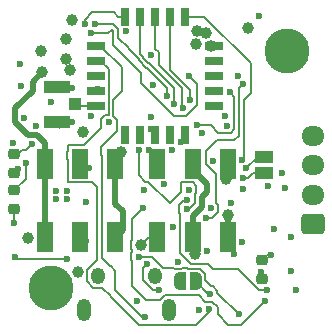
<source format=gbr>
%TF.GenerationSoftware,KiCad,Pcbnew,9.0.5*%
%TF.CreationDate,2025-12-03T11:23:26-08:00*%
%TF.ProjectId,camcontrol,63616d63-6f6e-4747-926f-6c2e6b696361,rev?*%
%TF.SameCoordinates,Original*%
%TF.FileFunction,Copper,L4,Bot*%
%TF.FilePolarity,Positive*%
%FSLAX46Y46*%
G04 Gerber Fmt 4.6, Leading zero omitted, Abs format (unit mm)*
G04 Created by KiCad (PCBNEW 9.0.5) date 2025-12-03 11:23:26*
%MOMM*%
%LPD*%
G01*
G04 APERTURE LIST*
G04 Aperture macros list*
%AMRoundRect*
0 Rectangle with rounded corners*
0 $1 Rounding radius*
0 $2 $3 $4 $5 $6 $7 $8 $9 X,Y pos of 4 corners*
0 Add a 4 corners polygon primitive as box body*
4,1,4,$2,$3,$4,$5,$6,$7,$8,$9,$2,$3,0*
0 Add four circle primitives for the rounded corners*
1,1,$1+$1,$2,$3*
1,1,$1+$1,$4,$5*
1,1,$1+$1,$6,$7*
1,1,$1+$1,$8,$9*
0 Add four rect primitives between the rounded corners*
20,1,$1+$1,$2,$3,$4,$5,0*
20,1,$1+$1,$4,$5,$6,$7,0*
20,1,$1+$1,$6,$7,$8,$9,0*
20,1,$1+$1,$8,$9,$2,$3,0*%
%AMFreePoly0*
4,1,23,0.500000,-0.750000,0.000000,-0.750000,0.000000,-0.745722,-0.065263,-0.745722,-0.191342,-0.711940,-0.304381,-0.646677,-0.396677,-0.554381,-0.461940,-0.441342,-0.495722,-0.315263,-0.495722,-0.250000,-0.500000,-0.250000,-0.500000,0.250000,-0.495722,0.250000,-0.495722,0.315263,-0.461940,0.441342,-0.396677,0.554381,-0.304381,0.646677,-0.191342,0.711940,-0.065263,0.745722,0.000000,0.745722,
0.000000,0.750000,0.500000,0.750000,0.500000,-0.750000,0.500000,-0.750000,$1*%
%AMFreePoly1*
4,1,23,0.000000,0.745722,0.065263,0.745722,0.191342,0.711940,0.304381,0.646677,0.396677,0.554381,0.461940,0.441342,0.495722,0.315263,0.495722,0.250000,0.500000,0.250000,0.500000,-0.250000,0.495722,-0.250000,0.495722,-0.315263,0.461940,-0.441342,0.396677,-0.554381,0.304381,-0.646677,0.191342,-0.711940,0.065263,-0.745722,0.000000,-0.745722,0.000000,-0.750000,-0.500000,-0.750000,
-0.500000,0.750000,0.000000,0.750000,0.000000,0.745722,0.000000,0.745722,$1*%
G04 Aperture macros list end*
%TA.AperFunction,ComponentPad*%
%ADD10O,1.200000X1.400000*%
%TD*%
%TA.AperFunction,ComponentPad*%
%ADD11O,1.200000X1.900000*%
%TD*%
%TA.AperFunction,ComponentPad*%
%ADD12C,3.800000*%
%TD*%
%TA.AperFunction,SMDPad,CuDef*%
%ADD13RoundRect,0.218750X-0.256250X0.218750X-0.256250X-0.218750X0.256250X-0.218750X0.256250X0.218750X0*%
%TD*%
%TA.AperFunction,SMDPad,CuDef*%
%ADD14R,1.397000X2.500000*%
%TD*%
%TA.AperFunction,SMDPad,CuDef*%
%ADD15RoundRect,0.218750X0.256250X-0.218750X0.256250X0.218750X-0.256250X0.218750X-0.256250X-0.218750X0*%
%TD*%
%TA.AperFunction,SMDPad,CuDef*%
%ADD16R,0.800000X1.500000*%
%TD*%
%TA.AperFunction,SMDPad,CuDef*%
%ADD17R,1.500000X0.800000*%
%TD*%
%TA.AperFunction,ComponentPad*%
%ADD18RoundRect,0.250000X0.725000X-0.600000X0.725000X0.600000X-0.725000X0.600000X-0.725000X-0.600000X0*%
%TD*%
%TA.AperFunction,ComponentPad*%
%ADD19O,1.950000X1.700000*%
%TD*%
%TA.AperFunction,SMDPad,CuDef*%
%ADD20FreePoly0,180.000000*%
%TD*%
%TA.AperFunction,SMDPad,CuDef*%
%ADD21FreePoly1,180.000000*%
%TD*%
%TA.AperFunction,SMDPad,CuDef*%
%ADD22R,1.500000X1.000000*%
%TD*%
%TA.AperFunction,SMDPad,CuDef*%
%ADD23R,1.050000X1.000000*%
%TD*%
%TA.AperFunction,SMDPad,CuDef*%
%ADD24R,2.200000X1.050000*%
%TD*%
%TA.AperFunction,ViaPad*%
%ADD25C,0.600000*%
%TD*%
%TA.AperFunction,ViaPad*%
%ADD26C,1.000000*%
%TD*%
%TA.AperFunction,Conductor*%
%ADD27C,0.200000*%
%TD*%
%TA.AperFunction,Conductor*%
%ADD28C,0.500000*%
%TD*%
G04 APERTURE END LIST*
D10*
%TO.P,J2,6,Shield*%
%TO.N,unconnected-(J2-Shield-Pad6)*%
X12834000Y-23000700D03*
%TO.P,J2,7*%
%TO.N,N/C*%
X7994000Y-23000700D03*
D11*
%TO.P,J2,8*%
X6814000Y-25900700D03*
%TO.P,J2,9*%
X14014000Y-25900700D03*
%TD*%
D12*
%TO.P,H2,1,1*%
%TO.N,GND*%
X4000000Y-24000000D03*
%TD*%
%TO.P,H1,1,1*%
%TO.N,GND*%
X24000000Y-4000000D03*
%TD*%
D13*
%TO.P,D1,1,K*%
%TO.N,GND*%
X858400Y-12728500D03*
%TO.P,D1,2,A*%
%TO.N,Net-(D1-A)*%
X858400Y-14303500D03*
%TD*%
D14*
%TO.P,J7,1,Pin_1*%
%TO.N,GND*%
X19029500Y-19708098D03*
%TO.P,J7,2,Pin_1*%
X19029500Y-13508101D03*
%TO.P,J7,3,Pin_2*%
%TO.N,+BATT*%
X16029502Y-19708098D03*
%TO.P,J7,4,Pin_2*%
X16029502Y-13508101D03*
%TO.P,J7,5,Pin_3*%
%TO.N,GND*%
X13029502Y-19708098D03*
%TO.P,J7,6,Pin_3*%
X13029502Y-13508101D03*
%TD*%
D15*
%TO.P,D2,1,K*%
%TO.N,GND*%
X914400Y-17348300D03*
%TO.P,D2,2,A*%
%TO.N,Net-(D2-A)*%
X914400Y-15773300D03*
%TD*%
D16*
%TO.P,U1,1,VCC*%
%TO.N,+3V3*%
X15392400Y-11045200D03*
%TO.P,U1,2,GND*%
%TO.N,GND*%
X14122400Y-11045200D03*
%TO.P,U1,3,NRST*%
%TO.N,/SX RST*%
X12852400Y-11045200D03*
%TO.P,U1,4,NC*%
%TO.N,unconnected-(U1-NC-Pad4)*%
X11582400Y-11045200D03*
%TO.P,U1,5,NC*%
%TO.N,unconnected-(U1-NC-Pad5)*%
X10312400Y-11045200D03*
D17*
%TO.P,U1,6,ANT*%
%TO.N,Net-(AE1-A)*%
X7852400Y-8585200D03*
%TO.P,U1,7,GND*%
%TO.N,GND*%
X7852400Y-7315200D03*
%TO.P,U1,8,NC*%
%TO.N,unconnected-(U1-NC-Pad8)*%
X7852400Y-6045200D03*
%TO.P,U1,9,TXEN*%
%TO.N,/TXEN*%
X7852400Y-4775200D03*
%TO.P,U1,10,RXEN*%
%TO.N,/RXEN*%
X7852400Y-3505200D03*
D16*
%TO.P,U1,11,BUSY*%
%TO.N,/BUSY*%
X10312400Y-1045200D03*
%TO.P,U1,12,MISO*%
%TO.N,/MISO*%
X11582400Y-1045200D03*
%TO.P,U1,13,MOSI*%
%TO.N,/MOSI*%
X12852400Y-1045200D03*
%TO.P,U1,14,NSS*%
%TO.N,/SX CS*%
X14122400Y-1045200D03*
%TO.P,U1,15,SCK*%
%TO.N,/SCLK*%
X15392400Y-1045200D03*
D17*
%TO.P,U1,16,GND*%
%TO.N,GND*%
X17852400Y-3505200D03*
%TO.P,U1,17,NC*%
%TO.N,unconnected-(U1-NC-Pad17)*%
X17852400Y-4775200D03*
%TO.P,U1,18,DIO3*%
%TO.N,unconnected-(U1-DIO3-Pad18)*%
X17852400Y-6045200D03*
%TO.P,U1,19,DIO2*%
%TO.N,unconnected-(U1-DIO2-Pad19)*%
X17852400Y-7315200D03*
%TO.P,U1,20,DIO1*%
%TO.N,unconnected-(U1-DIO1-Pad20)*%
X17852400Y-8585200D03*
%TD*%
D18*
%TO.P,J8,1,Pin_1*%
%TO.N,/CAM RX*%
X26208000Y-18634400D03*
D19*
%TO.P,J8,2,Pin_2*%
%TO.N,/CAM TX*%
X26208000Y-16134400D03*
%TO.P,J8,3,Pin_3*%
%TO.N,GND*%
X26208000Y-13634400D03*
%TO.P,J8,4,Pin_4*%
%TO.N,/CAMPWR*%
X26208000Y-11134400D03*
%TD*%
D14*
%TO.P,J3,1,Pin_1*%
%TO.N,/VIDPWR*%
X9481900Y-19702899D03*
%TO.P,J3,2,Pin_1*%
X9481900Y-13502902D03*
%TO.P,J3,3,Pin_2*%
%TO.N,GND*%
X6481902Y-19702899D03*
%TO.P,J3,4,Pin_2*%
X6481902Y-13502902D03*
%TO.P,J3,5,Pin_3*%
%TO.N,+12V*%
X3481902Y-19702899D03*
%TO.P,J3,6,Pin_3*%
X3481902Y-13502902D03*
%TD*%
D20*
%TO.P,J6,1,Pin_1*%
%TO.N,GND*%
X16286000Y-23469600D03*
D21*
%TO.P,J6,2,Pin_2*%
%TO.N,/BOOTSEL*%
X14986000Y-23469600D03*
%TD*%
D22*
%TO.P,J5,1,Pin_1*%
%TO.N,/SWCLK*%
X22098000Y-14254000D03*
%TO.P,J5,2,Pin_2*%
%TO.N,/SWD*%
X22098000Y-12954000D03*
%TD*%
D13*
%TO.P,D3,1,K*%
%TO.N,Net-(D3-K)*%
X21894800Y-21666100D03*
%TO.P,D3,2,A*%
%TO.N,+3V3*%
X21894800Y-23241100D03*
%TD*%
D23*
%TO.P,AE1,1,A*%
%TO.N,Net-(AE1-A)*%
X6076800Y-8483600D03*
D24*
%TO.P,AE1,2,Shield*%
%TO.N,GND*%
X4576800Y-9983600D03*
X4576800Y-6983600D03*
%TD*%
D25*
%TO.N,GND*%
X21615426Y-997650D03*
X914400Y-18506800D03*
D26*
X18976722Y-17845603D03*
D25*
X5791200Y-7061200D03*
X14222840Y-11512537D03*
X19507200Y-21183600D03*
X4470400Y-16515300D03*
X17473954Y-24532823D03*
X2415637Y-11843939D03*
D26*
X17597568Y-3524474D03*
D25*
X10398785Y-2312482D03*
X6045200Y-12801600D03*
X8003281Y-7195321D03*
X17547964Y-17297323D03*
X23876000Y-15595600D03*
D26*
X5305465Y-4636879D03*
D25*
X5804000Y-9992400D03*
X1429731Y-5055254D03*
X19304000Y-16865600D03*
X11308731Y-25101318D03*
X14790688Y-21806026D03*
X24790400Y-24180800D03*
D26*
X5627800Y-5537200D03*
D25*
X7286495Y-13874000D03*
X5384800Y-15798800D03*
D26*
X2082800Y-19812800D03*
D25*
X5384800Y-16510000D03*
D26*
X16391825Y-2245968D03*
D25*
X4022374Y-8291680D03*
X18750319Y-9485420D03*
X11914400Y-15748000D03*
X6959600Y-20066000D03*
X12677271Y-6817583D03*
X19862800Y-6055600D03*
X16529448Y-25910046D03*
X24333200Y-19710400D03*
D26*
X11680002Y-20380649D03*
X16317399Y-3356022D03*
D25*
X1473200Y-6948400D03*
D26*
X17168642Y-2414879D03*
D25*
X12324955Y-12330232D03*
X4470400Y-15798800D03*
X12508331Y-9543709D03*
X6962800Y-16710000D03*
D26*
X18877458Y-14774238D03*
D25*
%TO.N,+3V3*%
X14278004Y-12361265D03*
X15072402Y-11673207D03*
X24384000Y-22631400D03*
X20228002Y-20116800D03*
X21793200Y-22707600D03*
X14380002Y-18845600D03*
X18914403Y-10298699D03*
X13565200Y-15258103D03*
X2755892Y-10302511D03*
X22376800Y-15395600D03*
X829726Y-11791000D03*
X23588000Y-14289127D03*
X22938800Y-18999200D03*
%TO.N,/SX RST*%
X12519141Y-10592260D03*
X15544800Y-17373600D03*
X11452970Y-12345202D03*
D26*
%TO.N,+5V*%
X5280568Y-2967111D03*
X5840440Y-1341452D03*
X6719450Y-10834250D03*
X20745435Y-1982964D03*
D25*
%TO.N,+1V1*%
X20271341Y-15624238D03*
X15686800Y-15709101D03*
%TO.N,/CAM BATT SENSE *%
X1016000Y-21386800D03*
X5393184Y-21598384D03*
D26*
%TO.N,+12V*%
X3288400Y-5763203D03*
%TO.N,/VIDPWR*%
X3211289Y-3999600D03*
X9927912Y-12545202D03*
D25*
%TO.N,Net-(D1-A)*%
X1201342Y-13958466D03*
%TO.N,Net-(D3-K)*%
X22656800Y-21234400D03*
D26*
%TO.N,+BATT*%
X6293068Y-22671712D03*
X16249828Y-21163600D03*
D25*
%TO.N,/SWCLK*%
X20278002Y-14721468D03*
%TO.N,/SWD*%
X20531979Y-13910296D03*
%TO.N,/BOOTSEL*%
X14742367Y-23420415D03*
%TO.N,Net-(D2-A)*%
X1906351Y-13483633D03*
%TO.N,/CAMSNS*%
X16415633Y-10253259D03*
X19181533Y-7470743D03*
%TO.N,/CAM EN*%
X13876995Y-7813185D03*
X7717800Y-1676400D03*
%TO.N,/CAM DIAG EN*%
X15710952Y-6055205D03*
X7448577Y-2469105D03*
%TO.N,/VIDSNS*%
X12496878Y-4318160D03*
X16834000Y-10935146D03*
%TO.N,/SCLK*%
X20227999Y-13170296D03*
%TO.N,/BUSY*%
X6867970Y-1693510D03*
X17191160Y-18076527D03*
X20314046Y-6746209D03*
%TO.N,/MISO*%
X14478039Y-8414227D03*
%TO.N,/SX CS*%
X15764762Y-8155205D03*
%TO.N,/MOSI*%
X15219920Y-8760799D03*
%TO.N,/QSPI_SCLK*%
X22148800Y-25146000D03*
X11851200Y-17258994D03*
%TO.N,/QSPI_SD2*%
X12157094Y-21971022D03*
X13208000Y-24231600D03*
%TO.N,/QSPI_SDO*%
X11496267Y-21365047D03*
X19964400Y-26263600D03*
%TO.N,/QSPI_SD3*%
X15584000Y-16562862D03*
X22305705Y-24161919D03*
%TO.N,/TX BATT SENSE *%
X17780998Y-13296043D03*
X1752600Y-9677400D03*
%TO.N,Net-(D4-K)*%
X7404000Y-9485202D03*
X8908394Y-9975434D03*
%TO.N,/TXEN*%
X17278004Y-20875086D03*
X17400023Y-25832823D03*
%TO.N,/RXEN*%
X11961014Y-26495709D03*
%TD*%
D27*
%TO.N,Net-(AE1-A)*%
X7852400Y-8585200D02*
X6178400Y-8585200D01*
X6178400Y-8585200D02*
X6076800Y-8483600D01*
D28*
%TO.N,GND*%
X19029500Y-13508101D02*
X19029500Y-14708328D01*
D27*
X914400Y-17348300D02*
X914400Y-18506800D01*
X4576800Y-9983600D02*
X4576800Y-10215600D01*
X1198647Y-12728500D02*
X1592104Y-12335043D01*
X13029502Y-19708098D02*
X12352553Y-19708098D01*
D28*
X19029500Y-14708328D02*
X18963590Y-14774238D01*
D27*
X1924533Y-12335043D02*
X2415637Y-11843939D01*
X5713600Y-6983600D02*
X5791200Y-7061200D01*
X17349223Y-24532823D02*
X17473954Y-24532823D01*
D28*
X19029500Y-17898381D02*
X18976722Y-17845603D01*
D27*
X16286000Y-23469600D02*
X17349223Y-24532823D01*
X1592104Y-12335043D02*
X1924533Y-12335043D01*
X12352553Y-19708098D02*
X11680002Y-20380649D01*
D28*
X4576800Y-9983600D02*
X4585600Y-9992400D01*
D27*
X4576800Y-6983600D02*
X5713600Y-6983600D01*
X858400Y-12728500D02*
X1198647Y-12728500D01*
D28*
X19029500Y-19708098D02*
X19029500Y-17898381D01*
X18963590Y-14774238D02*
X18877458Y-14774238D01*
D27*
X4576800Y-10215600D02*
X4826000Y-10464800D01*
D28*
X4585600Y-9992400D02*
X5804000Y-9992400D01*
D27*
%TO.N,/SX RST*%
X16336800Y-15371600D02*
X16024301Y-15059101D01*
X15692501Y-17373600D02*
X16234000Y-16832101D01*
X12852400Y-10925519D02*
X12519141Y-10592260D01*
X11439859Y-12358313D02*
X11452970Y-12345202D01*
X15544800Y-17373600D02*
X15692501Y-17373600D01*
X12265101Y-15059101D02*
X12030002Y-15059101D01*
X14071600Y-16865600D02*
X12265101Y-15059101D01*
X11439859Y-14468958D02*
X11439859Y-12358313D01*
X15036800Y-15059101D02*
X15036800Y-15900400D01*
X12030002Y-15059101D02*
X11439859Y-14468958D01*
X15036800Y-15900400D02*
X14071600Y-16865600D01*
X16234000Y-16081140D02*
X16336800Y-15978340D01*
X12852400Y-11045200D02*
X12852400Y-10925519D01*
X16024301Y-15059101D02*
X15036800Y-15059101D01*
X16336800Y-15978340D02*
X16336800Y-15371600D01*
X16234000Y-16832101D02*
X16234000Y-16081140D01*
%TO.N,/CAM BATT SENSE *%
X1227584Y-21598384D02*
X1016000Y-21386800D01*
X5393184Y-21598384D02*
X1227584Y-21598384D01*
D28*
%TO.N,+12V*%
X1001600Y-9988475D02*
X1001600Y-8815718D01*
X2822041Y-11093041D02*
X2106166Y-11093041D01*
X3481902Y-19702899D02*
X3481902Y-13502902D01*
X3481902Y-13502902D02*
X3481902Y-11752902D01*
X1001600Y-8815718D02*
X2474430Y-7342888D01*
X2106166Y-11093041D02*
X1001600Y-9988475D01*
X3481902Y-11752902D02*
X2822041Y-11093041D01*
X2474430Y-7342888D02*
X2474430Y-6577173D01*
X2474430Y-6577173D02*
X3288400Y-5763203D01*
%TO.N,/VIDPWR*%
X9869333Y-12545202D02*
X9927912Y-12545202D01*
X9481900Y-16884929D02*
X10096400Y-17499429D01*
X9481900Y-13502902D02*
X9481900Y-12932635D01*
X9481900Y-13502902D02*
X9481900Y-16884929D01*
X10096400Y-19088399D02*
X9481900Y-19702899D01*
X9481900Y-12932635D02*
X9869333Y-12545202D01*
X10096400Y-17499429D02*
X10096400Y-19088399D01*
D27*
%TO.N,Net-(D1-A)*%
X1201342Y-13987763D02*
X1201342Y-13958466D01*
X885605Y-14303500D02*
X1201342Y-13987763D01*
X858400Y-14303500D02*
X885605Y-14303500D01*
%TO.N,Net-(D3-K)*%
X22326500Y-21234400D02*
X21894800Y-21666100D01*
X22656800Y-21234400D02*
X22326500Y-21234400D01*
D28*
%TO.N,+BATT*%
X16029502Y-20943274D02*
X16249828Y-21163600D01*
X16784000Y-16308958D02*
X16784000Y-17203600D01*
X16029502Y-19708098D02*
X16029502Y-20943274D01*
X16029502Y-13508101D02*
X16029502Y-14059601D01*
X17228002Y-15258101D02*
X17228002Y-15864956D01*
X16029502Y-17958098D02*
X16029502Y-19708098D01*
X17228002Y-15864956D02*
X16784000Y-16308958D01*
X16784000Y-17203600D02*
X16029502Y-17958098D01*
X16029502Y-14059601D02*
X17228002Y-15258101D01*
D27*
%TO.N,/SWCLK*%
X20680532Y-14721468D02*
X20278002Y-14721468D01*
X21148000Y-14254000D02*
X20680532Y-14721468D01*
X22098000Y-14254000D02*
X21148000Y-14254000D01*
%TO.N,/SWD*%
X22098000Y-12954000D02*
X21527327Y-12954000D01*
X21527327Y-12954000D02*
X20571031Y-13910296D01*
X20571031Y-13910296D02*
X20531979Y-13910296D01*
%TO.N,Net-(D2-A)*%
X914400Y-15773300D02*
X939700Y-15773300D01*
X939700Y-15773300D02*
X1906351Y-14806649D01*
X1906351Y-14806649D02*
X1906351Y-13483633D01*
%TO.N,/CAMSNS*%
X19564403Y-7853613D02*
X19564403Y-10567938D01*
X19228623Y-10903718D02*
X18186400Y-10903718D01*
X19181533Y-7470743D02*
X19564403Y-7853613D01*
X18186400Y-10903718D02*
X17535941Y-10253259D01*
X17535941Y-10253259D02*
X16415633Y-10253259D01*
X19564403Y-10567938D02*
X19228623Y-10903718D01*
%TO.N,/CAM EN*%
X9703400Y-2824745D02*
X9703400Y-2092026D01*
X10598000Y-3719345D02*
X9703400Y-2824745D01*
X11446878Y-4667951D02*
X10598000Y-3819073D01*
X13876995Y-7098068D02*
X12147087Y-5368160D01*
X12147087Y-5368160D02*
X12061954Y-5368160D01*
X13876995Y-7813185D02*
X13876995Y-7098068D01*
X10598000Y-3819073D02*
X10598000Y-3719345D01*
X9287774Y-1676400D02*
X7717800Y-1676400D01*
X12061954Y-5368160D02*
X11446878Y-4753085D01*
X11446878Y-4753085D02*
X11446878Y-4667951D01*
X9703400Y-2092026D02*
X9287774Y-1676400D01*
%TO.N,/CAM DIAG EN*%
X9303400Y-2269511D02*
X9188089Y-2154200D01*
X9303400Y-3498428D02*
X9303400Y-2269511D01*
X15489159Y-9479098D02*
X14419547Y-9479098D01*
X9188089Y-2154200D02*
X8873184Y-2469105D01*
X15710952Y-6055205D02*
X16399400Y-6743653D01*
X11643600Y-6703151D02*
X11643600Y-5838629D01*
X11643600Y-5838629D02*
X9303400Y-3498428D01*
X16399400Y-6743653D02*
X16399400Y-8568857D01*
X8873184Y-2469105D02*
X7448577Y-2469105D01*
X16399400Y-8568857D02*
X15489159Y-9479098D01*
X14419547Y-9479098D02*
X11643600Y-6703151D01*
%TO.N,/SCLK*%
X20964046Y-7495679D02*
X20964046Y-5008200D01*
X17001046Y-1045200D02*
X15392400Y-1045200D01*
X20365400Y-8094325D02*
X20964046Y-7495679D01*
X20365400Y-13032895D02*
X20365400Y-8094325D01*
X20964046Y-5008200D02*
X17001046Y-1045200D01*
X20227999Y-13170296D02*
X20365400Y-13032895D01*
%TO.N,/BUSY*%
X18197964Y-17566562D02*
X17687999Y-18076527D01*
X17179998Y-13550923D02*
X18029941Y-14400866D01*
X17179998Y-12436402D02*
X17179998Y-13550923D01*
X17687999Y-18076527D02*
X17191160Y-18076527D01*
X9712400Y-1045200D02*
X9360944Y-693744D01*
X18197964Y-17028084D02*
X18197964Y-17566562D01*
X9360944Y-693744D02*
X7483701Y-693744D01*
X20314046Y-6746209D02*
X19964400Y-7095855D01*
X18084800Y-11531600D02*
X17179998Y-12436402D01*
X6867970Y-1309475D02*
X6867970Y-1693510D01*
X18029941Y-16860061D02*
X18197964Y-17028084D01*
X18029941Y-14400866D02*
X18029941Y-16860061D01*
X10312400Y-1045200D02*
X9712400Y-1045200D01*
X19964400Y-7095855D02*
X19964400Y-11125200D01*
X19558000Y-11531600D02*
X18084800Y-11531600D01*
X19964400Y-11125200D02*
X19558000Y-11531600D01*
X7483701Y-693744D02*
X6867970Y-1309475D01*
%TO.N,/MISO*%
X11846878Y-4448688D02*
X11846878Y-4587399D01*
X14478039Y-7079849D02*
X14478039Y-8414227D01*
X12366350Y-4968160D02*
X14478039Y-7079849D01*
X11582400Y-4184210D02*
X11846878Y-4448688D01*
X12227639Y-4968160D02*
X12366350Y-4968160D01*
X11846878Y-4587399D02*
X12227639Y-4968160D01*
X11582400Y-1045200D02*
X11582400Y-4184210D01*
%TO.N,/SX CS*%
X15764762Y-7235201D02*
X15764762Y-8155205D01*
X14122400Y-1045200D02*
X14122400Y-5592839D01*
X14122400Y-5592839D02*
X15764762Y-7235201D01*
%TO.N,/MOSI*%
X13146878Y-5183002D02*
X15101164Y-7137288D01*
X12852400Y-3754443D02*
X13146878Y-4048921D01*
X12852400Y-1045200D02*
X12852400Y-3754443D01*
X15101164Y-7137288D02*
X15101164Y-8642043D01*
X15101164Y-8642043D02*
X15219920Y-8760799D01*
X13146878Y-4048921D02*
X13146878Y-5183002D01*
%TO.N,/QSPI_SCLK*%
X17694092Y-25207653D02*
X17105953Y-25207653D01*
X16548000Y-24649700D02*
X13640794Y-24649700D01*
X10922000Y-20824729D02*
X10830002Y-20732731D01*
X19050000Y-27151700D02*
X18151170Y-26252870D01*
X18151170Y-26252870D02*
X18151170Y-25664731D01*
X13640794Y-24649700D02*
X13266582Y-25023912D01*
X18151170Y-25664731D02*
X17694092Y-25207653D01*
X10846267Y-21634286D02*
X10846267Y-21095808D01*
X10922000Y-23838971D02*
X10922000Y-21710019D01*
X13266582Y-25023912D02*
X12106941Y-25023912D01*
X10922000Y-21020075D02*
X10922000Y-20824729D01*
X10922000Y-18188194D02*
X11851200Y-17258994D01*
X10922000Y-19936569D02*
X10922000Y-18188194D01*
X10922000Y-21710019D02*
X10846267Y-21634286D01*
X10846267Y-21095808D02*
X10922000Y-21020075D01*
X12106941Y-25023912D02*
X10922000Y-23838971D01*
X10830002Y-20028567D02*
X10922000Y-19936569D01*
X20143100Y-27151700D02*
X19050000Y-27151700D01*
X17105953Y-25207653D02*
X16548000Y-24649700D01*
X10830002Y-20732731D02*
X10830002Y-20028567D01*
X22148800Y-25146000D02*
X20143100Y-27151700D01*
%TO.N,/QSPI_SD2*%
X11785600Y-22342516D02*
X12157094Y-21971022D01*
X13208000Y-24231600D02*
X12690694Y-24231600D01*
X11785600Y-23326506D02*
X11785600Y-22342516D01*
X12690694Y-24231600D02*
X11785600Y-23326506D01*
%TO.N,/QSPI_SDO*%
X15194173Y-22303247D02*
X15548895Y-22303247D01*
X15659248Y-22413600D02*
X16619856Y-22413600D01*
X16619856Y-22413600D02*
X17092000Y-22885744D01*
X17743193Y-23882823D02*
X18123954Y-24263584D01*
X17092000Y-23391200D02*
X17583623Y-23882823D01*
X12572553Y-21365047D02*
X13510753Y-22303247D01*
X13510753Y-22303247D02*
X14362311Y-22303247D01*
X15548895Y-22303247D02*
X15659248Y-22413600D01*
X11496267Y-21365047D02*
X12572553Y-21365047D01*
X17583623Y-23882823D02*
X17743193Y-23882823D01*
X14509003Y-22449939D02*
X15047481Y-22449939D01*
X15047481Y-22449939D02*
X15194173Y-22303247D01*
X18123954Y-24263584D02*
X18123954Y-24423154D01*
X18123954Y-24423154D02*
X19964400Y-26263600D01*
X14362311Y-22303247D02*
X14509003Y-22449939D01*
X17092000Y-22885744D02*
X17092000Y-23391200D01*
%TO.N,/QSPI_SD3*%
X19851200Y-22413600D02*
X17754055Y-22413600D01*
X15625600Y-21716761D02*
X15625600Y-21713115D01*
X15918774Y-22009935D02*
X15625600Y-21716761D01*
X21599519Y-24161919D02*
X19851200Y-22413600D01*
X17754055Y-22413600D02*
X17350390Y-22009935D01*
X14894800Y-17642839D02*
X14894800Y-16971044D01*
X14986000Y-17734039D02*
X14894800Y-17642839D01*
X15625600Y-21713115D02*
X14986000Y-21073515D01*
X14894800Y-16971044D02*
X15302982Y-16562862D01*
X15302982Y-16562862D02*
X15584000Y-16562862D01*
X22305705Y-24161919D02*
X21599519Y-24161919D01*
X17350390Y-22009935D02*
X15918774Y-22009935D01*
X14986000Y-21073515D02*
X14986000Y-17734039D01*
%TO.N,/TXEN*%
X5482402Y-11951902D02*
X5482402Y-12445159D01*
X9084600Y-24719094D02*
X9084600Y-24781800D01*
X7852400Y-4775200D02*
X8202400Y-4775200D01*
X11454500Y-27151700D02*
X16333100Y-27151700D01*
X7481402Y-15053902D02*
X7930200Y-15502700D01*
X6803880Y-11951902D02*
X5482402Y-11951902D01*
X5482402Y-12445159D02*
X5395200Y-12532361D01*
X7620794Y-24001700D02*
X8367206Y-24001700D01*
X8240000Y-9738361D02*
X8240000Y-10515782D01*
X8903400Y-5476200D02*
X8903400Y-9357600D01*
X5482402Y-13158041D02*
X5482402Y-15053902D01*
X8202400Y-4775200D02*
X8903400Y-5476200D01*
X5395200Y-12532361D02*
X5395200Y-13070839D01*
X5395200Y-13070839D02*
X5482402Y-13158041D01*
X7093000Y-22527494D02*
X7093000Y-23473906D01*
X16333100Y-27151700D02*
X17400023Y-26084777D01*
X8367206Y-24001700D02*
X9084600Y-24719094D01*
X9084600Y-24781800D02*
X11454500Y-27151700D01*
X7930200Y-21690294D02*
X7093000Y-22527494D01*
X5482402Y-15053902D02*
X7481402Y-15053902D01*
X8620761Y-9357600D02*
X8240000Y-9738361D01*
X8240000Y-10515782D02*
X6803880Y-11951902D01*
X17400023Y-26084777D02*
X17400023Y-25832823D01*
X8903400Y-9357600D02*
X8620761Y-9357600D01*
X7930200Y-15502700D02*
X7930200Y-21690294D01*
X7093000Y-23473906D02*
X7620794Y-24001700D01*
%TO.N,/RXEN*%
X11763709Y-26495709D02*
X11961014Y-26495709D01*
X8202400Y-3505200D02*
X10014000Y-5316800D01*
X10014000Y-7394279D02*
X9303400Y-8104879D01*
X9611400Y-9809761D02*
X9611400Y-10735951D01*
X9303400Y-8104879D02*
X9303400Y-9501761D01*
X9303400Y-9501761D02*
X9611400Y-9809761D01*
X9611400Y-10735951D02*
X8259279Y-12088072D01*
X7852400Y-3505200D02*
X8202400Y-3505200D01*
X8259279Y-12088072D02*
X8259279Y-12792236D01*
X10014000Y-5316800D02*
X10014000Y-7394279D01*
X8331200Y-21482039D02*
X8987561Y-22138400D01*
X9071591Y-22138400D02*
X9485600Y-22552409D01*
X8331200Y-12864157D02*
X8331200Y-21482039D01*
X9485600Y-22552409D02*
X9485600Y-24217600D01*
X9485600Y-24217600D02*
X11763709Y-26495709D01*
X8259279Y-12792236D02*
X8331200Y-12864157D01*
X8987561Y-22138400D02*
X9071591Y-22138400D01*
%TD*%
M02*

</source>
